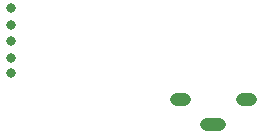
<source format=gbr>
G04 EAGLE Gerber RS-274X export*
G75*
%MOMM*%
%FSLAX34Y34*%
%LPD*%
%INSolderpaste Bottom*%
%IPPOS*%
%AMOC8*
5,1,8,0,0,1.08239X$1,22.5*%
G01*
G04 Define Apertures*
%ADD10C,1.100000*%
%ADD11C,0.800000*%
D10*
X206480Y34160D02*
X213480Y34160D01*
X187480Y12660D02*
X176480Y12660D01*
X157480Y34160D02*
X150480Y34160D01*
D11*
X11000Y56000D03*
X11000Y69000D03*
X11000Y83000D03*
X11000Y97000D03*
X11000Y111000D03*
M02*

</source>
